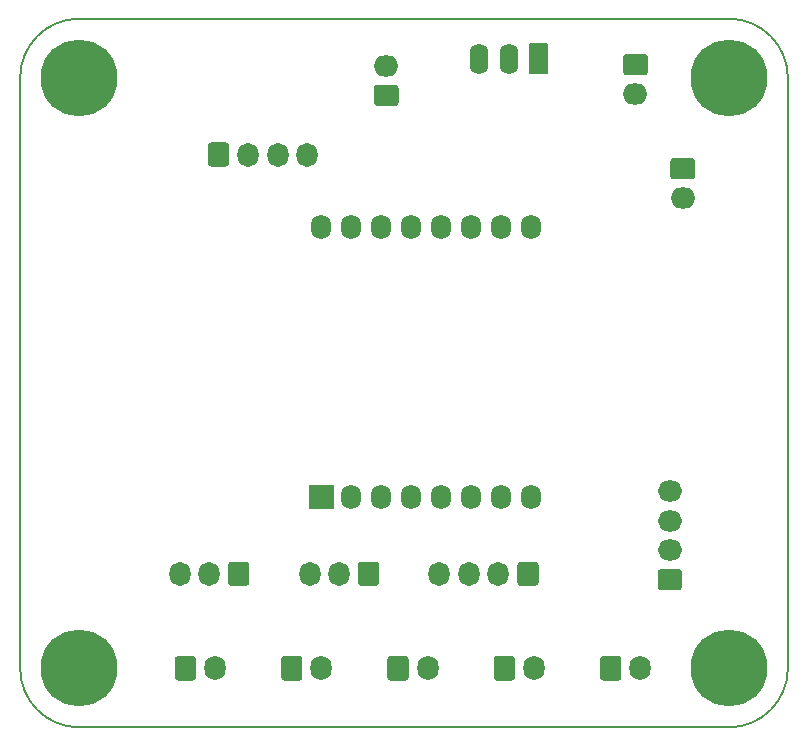
<source format=gbr>
%TF.GenerationSoftware,KiCad,Pcbnew,(5.1.9)-1*%
%TF.CreationDate,2021-06-08T13:47:19+02:00*%
%TF.ProjectId,19_WIFI_Generic,31395f57-4946-4495-9f47-656e65726963,rev?*%
%TF.SameCoordinates,Original*%
%TF.FileFunction,Soldermask,Top*%
%TF.FilePolarity,Negative*%
%FSLAX46Y46*%
G04 Gerber Fmt 4.6, Leading zero omitted, Abs format (unit mm)*
G04 Created by KiCad (PCBNEW (5.1.9)-1) date 2021-06-08 13:47:19*
%MOMM*%
%LPD*%
G01*
G04 APERTURE LIST*
%TA.AperFunction,Profile*%
%ADD10C,0.150000*%
%TD*%
%ADD11C,0.900000*%
%ADD12C,6.500000*%
%ADD13O,1.700000X2.100000*%
%ADD14O,1.600000X2.600000*%
%ADD15O,2.050000X1.800000*%
%ADD16O,2.100000X1.800000*%
%ADD17O,1.800000X2.050000*%
%ADD18O,1.800000X2.100000*%
G04 APERTURE END LIST*
D10*
X175000000Y-80000000D02*
G75*
G02*
X180000000Y-85000000I0J-5000000D01*
G01*
X180000000Y-135000000D02*
G75*
G02*
X175000000Y-140000000I-5000000J0D01*
G01*
X120000000Y-140000000D02*
G75*
G02*
X115000000Y-135000000I0J5000000D01*
G01*
X115000000Y-85000000D02*
G75*
G02*
X120000000Y-80000000I5000000J0D01*
G01*
X115000000Y-135000000D02*
X115000000Y-85000000D01*
X175000000Y-140000000D02*
X120000000Y-140000000D01*
X180000000Y-85000000D02*
X180000000Y-135000000D01*
X120000000Y-80000000D02*
X175000000Y-80000000D01*
D11*
%TO.C,H3*%
X176697056Y-133302944D03*
X175000000Y-132600000D03*
X173302944Y-133302944D03*
X172600000Y-135000000D03*
X173302944Y-136697056D03*
X175000000Y-137400000D03*
X176697056Y-136697056D03*
X177400000Y-135000000D03*
D12*
X175000000Y-135000000D03*
%TD*%
D11*
%TO.C,H1*%
X121697056Y-83302944D03*
X120000000Y-82600000D03*
X118302944Y-83302944D03*
X117600000Y-85000000D03*
X118302944Y-86697056D03*
X120000000Y-87400000D03*
X121697056Y-86697056D03*
X122400000Y-85000000D03*
D12*
X120000000Y-85000000D03*
%TD*%
D11*
%TO.C,H2*%
X176697056Y-83302944D03*
X175000000Y-82600000D03*
X173302944Y-83302944D03*
X172600000Y-85000000D03*
X173302944Y-86697056D03*
X175000000Y-87400000D03*
X176697056Y-86697056D03*
X177400000Y-85000000D03*
D12*
X175000000Y-85000000D03*
%TD*%
D11*
%TO.C,H4*%
X121697056Y-133302944D03*
X120000000Y-132600000D03*
X118302944Y-133302944D03*
X117600000Y-135000000D03*
X118302944Y-136697056D03*
X120000000Y-137400000D03*
X121697056Y-136697056D03*
X122400000Y-135000000D03*
D12*
X120000000Y-135000000D03*
%TD*%
D13*
%TO.C,U1*%
X143040000Y-120500000D03*
G36*
G01*
X141500000Y-121550000D02*
X139500000Y-121550000D01*
G75*
G02*
X139450000Y-121500000I0J50000D01*
G01*
X139450000Y-119500000D01*
G75*
G02*
X139500000Y-119450000I50000J0D01*
G01*
X141500000Y-119450000D01*
G75*
G02*
X141550000Y-119500000I0J-50000D01*
G01*
X141550000Y-121500000D01*
G75*
G02*
X141500000Y-121550000I-50000J0D01*
G01*
G37*
X145580000Y-120500000D03*
X148120000Y-120500000D03*
X150660000Y-120500000D03*
X153200000Y-120500000D03*
X155740000Y-120500000D03*
X158280000Y-120500000D03*
X158280000Y-97640000D03*
X155740000Y-97640000D03*
X153200000Y-97640000D03*
X150660000Y-97640000D03*
X148120000Y-97640000D03*
X145580000Y-97640000D03*
X143040000Y-97640000D03*
X140500000Y-97640000D03*
%TD*%
%TO.C,U2*%
G36*
G01*
X159700000Y-82150000D02*
X159700000Y-84650000D01*
G75*
G02*
X159650000Y-84700000I-50000J0D01*
G01*
X158150000Y-84700000D01*
G75*
G02*
X158100000Y-84650000I0J50000D01*
G01*
X158100000Y-82150000D01*
G75*
G02*
X158150000Y-82100000I50000J0D01*
G01*
X159650000Y-82100000D01*
G75*
G02*
X159700000Y-82150000I0J-50000D01*
G01*
G37*
D14*
X156360000Y-83400000D03*
X153820000Y-83400000D03*
%TD*%
%TO.C,J1*%
G36*
G01*
X170760295Y-128400000D02*
X169239705Y-128400000D01*
G75*
G02*
X168975000Y-128135295I0J264705D01*
G01*
X168975000Y-126864705D01*
G75*
G02*
X169239705Y-126600000I264705J0D01*
G01*
X170760295Y-126600000D01*
G75*
G02*
X171025000Y-126864705I0J-264705D01*
G01*
X171025000Y-128135295D01*
G75*
G02*
X170760295Y-128400000I-264705J0D01*
G01*
G37*
D15*
X170000000Y-125000000D03*
X170000000Y-122500000D03*
X170000000Y-120000000D03*
%TD*%
D16*
%TO.C,J2*%
X167100000Y-86400000D03*
G36*
G01*
X166314705Y-83000000D02*
X167885295Y-83000000D01*
G75*
G02*
X168150000Y-83264705I0J-264705D01*
G01*
X168150000Y-84535295D01*
G75*
G02*
X167885295Y-84800000I-264705J0D01*
G01*
X166314705Y-84800000D01*
G75*
G02*
X166050000Y-84535295I0J264705D01*
G01*
X166050000Y-83264705D01*
G75*
G02*
X166314705Y-83000000I264705J0D01*
G01*
G37*
%TD*%
%TO.C,J5*%
G36*
G01*
X158900000Y-126239705D02*
X158900000Y-127760295D01*
G75*
G02*
X158635295Y-128025000I-264705J0D01*
G01*
X157364705Y-128025000D01*
G75*
G02*
X157100000Y-127760295I0J264705D01*
G01*
X157100000Y-126239705D01*
G75*
G02*
X157364705Y-125975000I264705J0D01*
G01*
X158635295Y-125975000D01*
G75*
G02*
X158900000Y-126239705I0J-264705D01*
G01*
G37*
D17*
X155500000Y-127000000D03*
X153000000Y-127000000D03*
X150500000Y-127000000D03*
%TD*%
%TO.C,J6*%
X139300000Y-91500000D03*
X136800000Y-91500000D03*
X134300000Y-91500000D03*
G36*
G01*
X130900000Y-92260295D02*
X130900000Y-90739705D01*
G75*
G02*
X131164705Y-90475000I264705J0D01*
G01*
X132435295Y-90475000D01*
G75*
G02*
X132700000Y-90739705I0J-264705D01*
G01*
X132700000Y-92260295D01*
G75*
G02*
X132435295Y-92525000I-264705J0D01*
G01*
X131164705Y-92525000D01*
G75*
G02*
X130900000Y-92260295I0J264705D01*
G01*
G37*
%TD*%
%TO.C,J7*%
G36*
G01*
X145400000Y-126239705D02*
X145400000Y-127760295D01*
G75*
G02*
X145135295Y-128025000I-264705J0D01*
G01*
X143864705Y-128025000D01*
G75*
G02*
X143600000Y-127760295I0J264705D01*
G01*
X143600000Y-126239705D01*
G75*
G02*
X143864705Y-125975000I264705J0D01*
G01*
X145135295Y-125975000D01*
G75*
G02*
X145400000Y-126239705I0J-264705D01*
G01*
G37*
X142000000Y-127000000D03*
X139500000Y-127000000D03*
%TD*%
%TO.C,J8*%
G36*
G01*
X170314705Y-91800000D02*
X171885295Y-91800000D01*
G75*
G02*
X172150000Y-92064705I0J-264705D01*
G01*
X172150000Y-93335295D01*
G75*
G02*
X171885295Y-93600000I-264705J0D01*
G01*
X170314705Y-93600000D01*
G75*
G02*
X170050000Y-93335295I0J264705D01*
G01*
X170050000Y-92064705D01*
G75*
G02*
X170314705Y-91800000I264705J0D01*
G01*
G37*
D16*
X171100000Y-95200000D03*
%TD*%
%TO.C,J9*%
G36*
G01*
X164100000Y-135785295D02*
X164100000Y-134214705D01*
G75*
G02*
X164364705Y-133950000I264705J0D01*
G01*
X165635295Y-133950000D01*
G75*
G02*
X165900000Y-134214705I0J-264705D01*
G01*
X165900000Y-135785295D01*
G75*
G02*
X165635295Y-136050000I-264705J0D01*
G01*
X164364705Y-136050000D01*
G75*
G02*
X164100000Y-135785295I0J264705D01*
G01*
G37*
D18*
X167500000Y-135000000D03*
%TD*%
%TO.C,J10*%
X131500000Y-135000000D03*
G36*
G01*
X128100000Y-135785295D02*
X128100000Y-134214705D01*
G75*
G02*
X128364705Y-133950000I264705J0D01*
G01*
X129635295Y-133950000D01*
G75*
G02*
X129900000Y-134214705I0J-264705D01*
G01*
X129900000Y-135785295D01*
G75*
G02*
X129635295Y-136050000I-264705J0D01*
G01*
X128364705Y-136050000D01*
G75*
G02*
X128100000Y-135785295I0J264705D01*
G01*
G37*
%TD*%
%TO.C,J11*%
G36*
G01*
X137100000Y-135785295D02*
X137100000Y-134214705D01*
G75*
G02*
X137364705Y-133950000I264705J0D01*
G01*
X138635295Y-133950000D01*
G75*
G02*
X138900000Y-134214705I0J-264705D01*
G01*
X138900000Y-135785295D01*
G75*
G02*
X138635295Y-136050000I-264705J0D01*
G01*
X137364705Y-136050000D01*
G75*
G02*
X137100000Y-135785295I0J264705D01*
G01*
G37*
X140500000Y-135000000D03*
%TD*%
%TO.C,J12*%
G36*
G01*
X146100000Y-135785295D02*
X146100000Y-134214705D01*
G75*
G02*
X146364705Y-133950000I264705J0D01*
G01*
X147635295Y-133950000D01*
G75*
G02*
X147900000Y-134214705I0J-264705D01*
G01*
X147900000Y-135785295D01*
G75*
G02*
X147635295Y-136050000I-264705J0D01*
G01*
X146364705Y-136050000D01*
G75*
G02*
X146100000Y-135785295I0J264705D01*
G01*
G37*
X149500000Y-135000000D03*
%TD*%
%TO.C,J13*%
X158500000Y-135000000D03*
G36*
G01*
X155100000Y-135785295D02*
X155100000Y-134214705D01*
G75*
G02*
X155364705Y-133950000I264705J0D01*
G01*
X156635295Y-133950000D01*
G75*
G02*
X156900000Y-134214705I0J-264705D01*
G01*
X156900000Y-135785295D01*
G75*
G02*
X156635295Y-136050000I-264705J0D01*
G01*
X155364705Y-136050000D01*
G75*
G02*
X155100000Y-135785295I0J264705D01*
G01*
G37*
%TD*%
%TO.C,J15*%
G36*
G01*
X146785295Y-87400000D02*
X145214705Y-87400000D01*
G75*
G02*
X144950000Y-87135295I0J264705D01*
G01*
X144950000Y-85864705D01*
G75*
G02*
X145214705Y-85600000I264705J0D01*
G01*
X146785295Y-85600000D01*
G75*
G02*
X147050000Y-85864705I0J-264705D01*
G01*
X147050000Y-87135295D01*
G75*
G02*
X146785295Y-87400000I-264705J0D01*
G01*
G37*
D16*
X146000000Y-84000000D03*
%TD*%
%TO.C,J3*%
G36*
G01*
X134400000Y-126239705D02*
X134400000Y-127760295D01*
G75*
G02*
X134135295Y-128025000I-264705J0D01*
G01*
X132864705Y-128025000D01*
G75*
G02*
X132600000Y-127760295I0J264705D01*
G01*
X132600000Y-126239705D01*
G75*
G02*
X132864705Y-125975000I264705J0D01*
G01*
X134135295Y-125975000D01*
G75*
G02*
X134400000Y-126239705I0J-264705D01*
G01*
G37*
D17*
X131000000Y-127000000D03*
X128500000Y-127000000D03*
%TD*%
M02*

</source>
